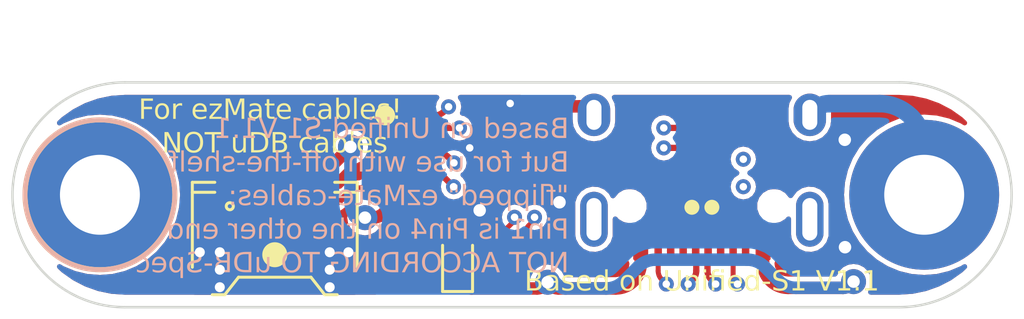
<source format=kicad_pcb>
(kicad_pcb (version 20221018) (generator pcbnew)
  (layers (0 "F.Cu" signal) (1 "In1.Cu" signal) (2 "In2.Cu" signal) (31 "B.Cu" signal) (34 "B.Paste" user) (35 "F.Paste" user) (36 "B.SilkS" user "B.Silkscreen") (37 "F.SilkS" user "F.Silkscreen") (38 "B.Mask" user) (39 "F.Mask" user) (44 "Edge.Cuts" user))
  (net 0 "")
  (net 1 "GND")
  (net 2 "VBUS")
  (net 3 "Net-(J1-CC1)")
  (net 5 "D+")
  (net 6 "D-")
  (net 7 "Net-(J1-CC2)")
  (net 9 "5V")
  (net 10 "GNDPWR")
  (footprint "Inductor_SMD:L_0805_2012Metric" (layer "F.Cu") (at 132.71875 92.5225 -90)
    (fp_text reference "FB1" hide)
    (fp_text value "GZ2012D601TF")
    (pad "1" smd roundrect (at -1.0625 0 270) (size 0.875 1.2) (layers "F.Cu" "F.Paste" "F.Mask") (net 10 "GNDPWR"))
    (pad "2" smd roundrect (at 1.0625 0 270) (size 0.875 1.2) (layers "F.Cu" "F.Paste" "F.Mask") (net 1 "GND"))
  )
  (footprint "Resistor_SMD:R_0402_1005Metric" (layer "F.Cu") (at 130.81875 97.3225 -90)
    (fp_text reference "R2" hide)
    (fp_text value "5.1k")
    (pad "1" smd roundrect (at -0.51 0 270) (size 0.54 0.64) (layers "F.Cu" "F.Paste" "F.Mask") (net 7 "Net-(J1-CC2)"))
    (pad "2" smd roundrect (at 0.51 0 270) (size 0.54 0.64) (layers "F.Cu" "F.Paste" "F.Mask") (net 1 "GND"))
  )
  (footprint "MountingHole:MountingHole_3.2mm_M3_DIN965_Pad_TopBottom" (layer "F.Cu") (at 148 95)
    (fp_text reference "H1" hide)
    (fp_text value "MountingHole" hide)
    (pad "1" thru_hole circle (at 0 0) (size 3.6 3.6) (drill 3.2) (layers "*.Cu" "*.Mask") (net 10 "GNDPWR"))
    (pad "1" connect circle (at 0 0) (size 6 6) (layers "F.Cu" "F.Mask") (net 10 "GNDPWR"))
    (pad "1" connect circle (at 0 0) (size 6 6) (layers "B.Cu" "B.Mask") (net 10 "GNDPWR"))
  )
  (footprint "Fuse:Fuse_1206_3216Metric" (layer "F.Cu") (at 127.11875 96.8225 90)
    (fp_text reference "F1" hide)
    (fp_text value "SMD0805-050-16V")
    (pad "1" smd roundrect (at -1.4 0 90) (size 1.25 1.75) (layers "F.Cu" "F.Paste" "F.Mask") (roundrect_rratio 0.2) (net 2 "VBUS"))
    (pad "2" smd roundrect (at 1.4 0 90) (size 1.25 1.75) (layers "F.Cu" "F.Paste" "F.Mask") (roundrect_rratio 0.2) (net 9 "5V"))
  )
  (footprint "acheron_Components:USON-10_2.5x1.0mm_P0.5mm" (layer "F.Cu") (at 127.41875 92.8225)
    (fp_text reference "U1" hide)
    (fp_text value "TPD4E05U06DQAR")
    (fp_circle (center -1 -1) (end -1 -1) (stroke (width 0.4)) (fill none) (layer "F.SilkS"))
    (pad "1" smd roundrect (at -0.385 -1 270) (size 0.25 0.55) (layers "F.Cu" "F.Paste" "F.Mask") (roundrect_rratio 0.5) (net 6 "D-"))
    (pad "2" smd rect (at -0.385 -0.5 270) (size 0.25 0.55) (layers "F.Cu" "F.Paste" "F.Mask") (net 6 "D-"))
    (pad "3" smd rect (at -0.385 0 270) (size 0.3 0.55) (layers "F.Cu" "F.Paste" "F.Mask") (net 1 "GND"))
    (pad "4" smd rect (at -0.385 0.5 270) (size 0.25 0.55) (layers "F.Cu" "F.Paste" "F.Mask") (net 5 "D+"))
    (pad "5" smd rect (at -0.385 1 270) (size 0.25 0.55) (layers "F.Cu" "F.Paste" "F.Mask") (net 5 "D+"))
    (pad "6" smd rect (at 0.385 1 270) (size 0.25 0.55) (layers "F.Cu" "F.Paste" "F.Mask") (net 5 "D+"))
    (pad "7" smd rect (at 0.385 0.5 270) (size 0.25 0.55) (layers "F.Cu" "F.Paste" "F.Mask") (net 5 "D+"))
    (pad "8" smd rect (at 0.385 0 270) (size 0.3 0.55) (layers "F.Cu" "F.Paste" "F.Mask") (net 1 "GND"))
    (pad "9" smd rect (at 0.385 -0.5 270) (size 0.25 0.55) (layers "F.Cu" "F.Paste" "F.Mask") (net 6 "D-"))
    (pad "10" smd rect (at 0.385 -1 270) (size 0.25 0.55) (layers "F.Cu" "F.Paste" "F.Mask") (net 6 "D-"))
  )
  (footprint "locallib:PicoEZMate-Reinforced-Lite" (layer "F.Cu") (at 122 96.5)
    (fp_text reference "J2" hide)
    (fp_text value "78171-0004")
    (fp_line (start -3.3 -2) (end -3.3 1.4) (stroke (width 0.12)) (layer "F.SilkS"))
    (fp_line (start -3.3 -2) (end -2.4 -2) (stroke (width 0.12)) (layer "F.SilkS"))
    (fp_line (start -2.4 -1.6) (end -3.3 -1.6) (stroke (width 0.12)) (layer "F.SilkS"))
    (fp_line (start -2 2.5) (end -2.5 2.5) (stroke (width 0.12)) (layer "F.SilkS"))
    (fp_line (start -1.45 1.8) (end -2 2.5) (stroke (width 0.12)) (layer "F.SilkS"))
    (fp_line (start 1.45 1.8) (end -1.45 1.8) (stroke (width 0.12)) (layer "F.SilkS"))
    (fp_line (start 2 2.5) (end 1.45 1.8) (stroke (width 0.12)) (layer "F.SilkS"))
    (fp_line (start 2 2.5) (end 2.5 2.5) (stroke (width 0.12)) (layer "F.SilkS"))
    (fp_line (start 2.4 -2) (end 3.3 -2) (stroke (width 0.12)) (layer "F.SilkS"))
    (fp_line (start 3.3 -2) (end 3.3 1.4) (stroke (width 0.12)) (layer "F.SilkS"))
    (fp_line (start 3.3 -1.6) (end 2.4 -1.6) (stroke (width 0.12)) (layer "F.SilkS"))
    (fp_circle (center -1.8 -1.041421) (end -1.7 -1.141421) (stroke (width 0.12)) (fill none) (layer "F.SilkS"))
    (pad "1" smd roundrect (at -1.8 -2.2) (size 1 1.8) (layers "F.Cu") (roundrect_rratio 0.1666666667) (net 1 "GND"))
    (pad "2" smd roundrect (at -0.6 -2.2) (size 1 1.8) (layers "F.Cu") (roundrect_rratio 0.1666666667) (net 5 "D+"))
    (pad "3" smd roundrect (at 0.6 -2.2) (size 1 1.8) (layers "F.Cu") (roundrect_rratio 0.1666666667) (net 6 "D-"))
    (pad "4" smd roundrect (at 1.8 -2.2) (size 1 1.8) (layers "F.Cu") (roundrect_rratio 0.1666666667) (net 9 "5V"))
    (pad "MP" thru_hole circle (at -3 0.8) (size 0.6 0.6) (drill 0.4) (layers "*.Cu") (net 1 "GND"))
    (pad "MP" smd roundrect (at -2.575 1.5) (size 1.45 2) (layers "F.Cu") (roundrect_rratio 0.06896551724) (net 1 "GND"))
    (pad "MP" smd roundrect (at -2.575 1.5) (size 1.45 2) (layers "B.Cu") (roundrect_rratio 0.06896551724) (net 1 "GND"))
    (pad "MP" thru_hole circle (at -2.2 0.8) (size 0.6 0.6) (drill 0.4) (layers "*.Cu") (net 1 "GND"))
    (pad "MP" thru_hole circle (at -2.2 1.5) (size 0.6 0.6) (drill 0.4) (layers "*.Cu") (net 1 "GND"))
    (pad "MP" thru_hole circle (at -2.2 2.2) (size 0.6 0.6) (drill 0.4) (layers "*.Cu") (net 1 "GND"))
    (pad "MP" thru_hole circle (at 2.2 0.8) (size 0.6 0.6) (drill 0.4) (layers "*.Cu") (net 1 "GND"))
    (pad "MP" thru_hole circle (at 2.2 1.5) (size 0.6 0.6) (drill 0.4) (layers "*.Cu") (net 1 "GND"))
    (pad "MP" thru_hole circle (at 2.2 2.2) (size 0.6 0.6) (drill 0.4) (layers "*.Cu") (net 1 "GND"))
    (pad "MP" smd roundrect (at 2.575 1.5) (size 1.45 2) (layers "F.Cu") (roundrect_rratio 0.06896551724) (net 1 "GND"))
    (pad "MP" smd roundrect (at 2.575 1.5) (size 1.45 2) (layers "B.Cu") (roundrect_rratio 0.06896551724) (net 1 "GND"))
    (pad "MP" thru_hole circle (at 2.95 0.8) (size 0.6 0.6) (drill 0.4) (layers "*.Cu") (net 1 "GND"))
  )
  (footprint "MountingHole:MountingHole_3.2mm_M3_DIN965_Pad_TopOnly" (layer "F.Cu") (at 115 95 180)
    (fp_text reference "H2" hide)
    (fp_text value "MountingHole" hide)
    (pad "1" thru_hole circle (at 0 0 180) (size 6 6) (drill 3.2) (layers "*.Cu"))
  )
  (footprint "locallib:HRO-TYPE-C-31-M-12-Assembly" (layer "F.Cu") (at 139.1 89.2 180)
    (fp_text reference "J1" hide)
    (fp_text value "TYPE-C-31-M-12")
    (pad "" np_thru_hole circle (at -2.89 -6.25 180) (size 0.65 0.65) (drill 0.65) (layers "*.Cu" "*.Mask"))
    (pad "" np_thru_hole circle (at 2.89 -6.25 180) (size 0.65 0.65) (drill 0.65) (layers "*.Cu" "*.Mask"))
    (pad "A1" smd roundrect (at -3.225 -7.695 180) (size 0.6 1.45) (layers "F.Cu" "F.Paste" "F.Mask") (roundrect_rratio 0.1) (net 1 "GND"))
    (pad "A4" smd roundrect (at -2.45 -7.695 180) (size 0.6 1.45) (layers "F.Cu" "F.Paste" "F.Mask") (roundrect_rratio 0.1) (net 2 "VBUS"))
    (pad "A5" smd roundrect (at -1.25 -7.695 180) (size 0.3 1.45) (layers "F.Cu" "F.Paste" "F.Mask") (roundrect_rratio 0.2) (net 3 "Net-(J1-CC1)"))
    (pad "A6" smd roundrect (at -0.25 -7.695 180) (size 0.3 1.45) (layers "F.Cu" "F.Paste" "F.Mask") (roundrect_rratio 0.2) (net 5 "D+"))
    (pad "A7" smd roundrect (at 0.25 -7.695 180) (size 0.3 1.45) (layers "F.Cu" "F.Paste" "F.Mask") (roundrect_rratio 0.2) (net 6 "D-"))
    (pad "A8" smd roundrect (at 1.25 -7.695 180) (size 0.3 1.45) (layers "F.Cu" "F.Paste" "F.Mask") (roundrect_rratio 0.2))
    (pad "B1" smd roundrect (at 3.225 -7.695 180) (size 0.6 1.45) (layers "F.Cu" "F.Paste" "F.Mask") (roundrect_rratio 0.1) (net 1 "GND"))
    (pad "B4" smd roundrect (at 2.45 -7.695 180) (size 0.6 1.45) (layers "F.Cu" "F.Paste" "F.Mask") (roundrect_rratio 0.1) (net 2 "VBUS"))
    (pad "B5" smd roundrect (at 1.75 -7.695 180) (size 0.3 1.45) (layers "F.Cu" "F.Paste" "F.Mask") (roundrect_rratio 0.2) (net 7 "Net-(J1-CC2)"))
    (pad "B6" smd roundrect (at 0.75 -7.695 180) (size 0.3 1.45) (layers "F.Cu" "F.Paste" "F.Mask") (roundrect_rratio 0.2) (net 5 "D+"))
    (pad "B7" smd roundrect (at -0.75 -7.695 180) (size 0.3 1.45) (layers "F.Cu" "F.Paste" "F.Mask") (roundrect_rratio 0.2) (net 6 "D-"))
    (pad "B8" smd roundrect (at -1.75 -7.695 180) (size 0.3 1.45) (layers "F.Cu" "F.Paste" "F.Mask") (roundrect_rratio 0.2))
    (pad "S1" thru_hole oval (at -4.32 -6.78 180) (size 1.1 2.2) (drill oval 0.6 1.7) (layers "*.Cu" "*.Mask") (net 10 "GNDPWR"))
    (pad "S1" thru_hole oval (at -4.32 -2.6 180) (size 1.3 1.7) (drill oval 0.6 1.2) (layers "*.Cu" "*.Mask") (net 10 "GNDPWR"))
    (pad "S1" thru_hole oval (at 4.32 -6.78 180) (size 1.1 2.2) (drill oval 0.6 1.7) (layers "*.Cu" "*.Mask") (net 10 "GNDPWR"))
    (pad "S1" thru_hole oval (at 4.32 -2.6 180) (size 1.3 1.7) (drill oval 0.6 1.2) (layers "*.Cu" "*.Mask") (net 10 "GNDPWR"))
  )
  (footprint "Diode_SMD:D_SOD-523" (layer "F.Cu") (at 129.31875 97.7225 90)
    (fp_text reference "D1" hide)
    (fp_text value "ESD5Z5V0")
    (fp_line (start -1.15 -0.6) (end -1.15 0.6) (stroke (width 0.12)) (layer "F.SilkS"))
    (fp_line (start 0.7 -0.6) (end -1.15 -0.6) (stroke (width 0.12)) (layer "F.SilkS"))
    (fp_line (start 0.7 0.6) (end -1.15 0.6) (stroke (width 0.12)) (layer "F.SilkS"))
    (pad "1" smd rect (at -0.7 0 270) (size 0.6 0.7) (layers "F.Cu" "F.Paste" "F.Mask") (net 2 "VBUS"))
    (pad "2" smd rect (at 0.7 0 270) (size 0.6 0.7) (layers "F.Cu" "F.Paste" "F.Mask") (net 1 "GND"))
  )
  (footprint "Resistor_SMD:R_0402_1005Metric" (layer "F.Cu") (at 132.01875 97.3225 90)
    (fp_text reference "R1" hide)
    (fp_text value "5.1k")
    (pad "1" smd roundrect (at -0.51 0 90) (size 0.54 0.64) (layers "F.Cu" "F.Paste" "F.Mask") (net 1 "GND"))
    (pad "2" smd roundrect (at 0.51 0 90) (size 0.54 0.64) (layers "F.Cu" "F.Paste" "F.Mask") (net 3 "Net-(J1-CC1)"))
  )
  (gr_circle (center 115 95) (end 118 95) (stroke (width 0.2)) (fill none) (layer "B.SilkS"))
  (gr_circle (center 115 95) (end 118 95) (stroke (width 0.2)) (fill none) (layer "F.SilkS"))
  (gr_circle (center 122 97.4) (end 122.4 97.4) (stroke (width 0.2)) (fill solid) (layer "F.SilkS"))
  (gr_circle (center 139.5 95.5) (end 139.7 95.5) (stroke (width 0.2)) (fill solid) (layer "F.SilkS"))
  (gr_circle (center 138.7 95.5) (end 138.9 95.5) (stroke (width 0.2)) (fill solid) (layer "F.SilkS"))
  (gr_arc (start 116 99.500001) (mid 111.499999 95) (end 116 90.499999) (stroke (width 0.1)) (layer "Edge.Cuts"))
  (gr_arc (start 147 90.5) (mid 151.5 95) (end 147 99.5) (stroke (width 0.1)) (layer "Edge.Cuts"))
  (gr_line (start 147 90.5) (end 116 90.499999) (stroke (width 0.1)) (layer "Edge.Cuts"))
  (gr_line (start 116 99.500001) (end 147 99.5) (stroke (width 0.1)) (layer "Edge.Cuts"))
  (gr_text "Based on Unified-S1 V1.1\nBut for use with off-the-shelf\n{dblquote}flipped{dblquote} ezMate-cables:\nPin1 is Pin4 on the other end.\nNOT ACCORDING TO uDB-Spec" (at 133.779999 95.082207) (layer "B.SilkS") (effects (font (size 0.8 0.8) (thickness 0.2)) (justify left mirror)))
  (gr_text "For ezMate cables! \nNOT uDB cables" (at 122 92.3) (layer "F.SilkS") (effects (font (size 0.8 0.8) (thickness 0.2))))
  (gr_text "Based on Unified-S1 V1.1" (at 139.1 98.5) (layer "F.SilkS") (effects (font (size 0.8 0.8) (thickness 0.2))))
  (segment (start 135.85 96.8975) (end 135.85 97.327913) (width 0.2) (layer "F.Cu") (net 1))
  (via (at 129.80375 93.1225) (size 0.6) (drill 0.3) (layers "F.Cu" "B.Cu") (net 1))
  (via (at 133.4 95.3) (size 1) (drill 0.5) (layers "F.Cu" "B.Cu") (net 1))
  (via (at 144.829639 97.098274) (size 1) (drill 0.5) (layers "F.Cu" "B.Cu") (net 1))
  (via (at 130.20375 95.6225) (size 1) (drill 0.5) (layers "F.Cu" "B.Cu") (net 1))
  (via (at 131.425 91.34375) (size 0.6) (drill 0.3) (layers "F.Cu" "B.Cu") (net 1))
  (via (at 144.820324 92.798274) (size 1) (drill 0.5) (layers "F.Cu" "B.Cu") (net 1))
  (segment (start 127.460171 98.4225) (end 129.086818 98.4225) (width 0.5) (layer "F.Cu") (net 2))
  (segment (start 127.21875 98.3225) (end 127.11875 98.2225) (width 0.5) (layer "F.Cu") (net 2))
  (segment (start 129.878682 98.750501) (end 132.499075 98.750501) (width 0.5) (layer "F.Cu") (net 2))
  (segment (start 132.800249 98.62575) (end 132.925 98.501) (width 0.5) (layer "F.Cu") (net 2))
  (segment (start 136.650787 96.895787) (end 136.65 96.895) (width 0.5) (layer "F.Cu") (net 2))
  (segment (start 132.925 98.501) (end 133.0495 98.6255) (width 0.5) (layer "F.Cu") (net 2))
  (segment (start 145.046889 98.601524) (end 145.171639 98.476774) (width 0.5) (layer "F.Cu") (net 2))
  (segment (start 144.745715 98.726274) (end 142.55 98.726274) (width 0.5) (layer "F.Cu") (net 2))
  (segment (start 141.55 97.726274) (end 141.55 96.895) (width 0.5) (layer "F.Cu") (net 2))
  (segment (start 133.350069 98.75) (end 135.651574 98.75) (width 0.5) (layer "F.Cu") (net 2))
  (segment (start 136.651574 97.75) (end 136.651574 96.897686) (width 0.5) (layer "F.Cu") (net 2))
  (via (at 132.925 98.501) (size 1) (drill 0.5) (layers "F.Cu" "B.Cu") (net 2))
  (via (at 145.171639 98.476774) (size 1) (drill 0.5) (layers "F.Cu" "B.Cu") (net 2))
  (arc (start 141.55 97.726274) (mid 141.842893 98.433381) (end 142.55 98.726274) (width 0.5) (layer "F.Cu") (net 2))
  (arc (start 136.650787 96.895787) (mid 136.651369 96.896658) (end 136.651574 96.897686) (width 0.5) (layer "F.Cu") (net 2))
  (arc (start 133.0495 98.6255) (mid 133.187402 98.717643) (end 133.350069 98.75) (width 0.5) (layer "F.Cu") (net 2))
  (arc (start 136.651574 97.75) (mid 136.358681 98.457107) (end 135.651574 98.75) (width 0.5) (layer "F.Cu") (net 2))
  (arc (start 145.046889 98.601524) (mid 144.908709 98.693852) (end 144.745715 98.726274) (width 0.5) (layer "F.Cu") (net 2))
  (arc (start 132.800249 98.62575) (mid 132.662069 98.718079) (end 132.499075 98.750501) (width 0.5) (layer "F.Cu") (net 2))
  (arc (start 129.48275 98.5865) (mid 129.301095 98.465122) (end 129.086818 98.4225) (width 0.5) (layer "F.Cu") (net 2))
  (arc (start 129.48275 98.5865) (mid 129.664405 98.707878) (end 129.878682 98.750501) (width 0.5) (layer "F.Cu") (net 2))
  (arc (start 127.460171 98.4225) (mid 127.329514 98.39651) (end 127.21875 98.3225) (width 0.5) (layer "F.Cu") (net 2))
  (segment (start 145.047526 98.600887) (end 145.171639 98.476774) (width 0.5) (layer "B.Cu") (net 2))
  (segment (start 137.243853 97.598274) (end 140.915425 97.598274) (width 0.5) (layer "B.Cu") (net 2))
  (segment (start 142.870579 98.725) (end 144.74789 98.725) (width 0.5) (layer "B.Cu") (net 2))
  (segment (start 133.643819 98.75) (end 135.263699 98.75) (width 0.5) (layer "B.Cu") (net 2))
  (segment (start 141.622532 97.891167) (end 142.163472 98.432107) (width 0.5) (layer "B.Cu") (net 2))
  (segment (start 133.34325 98.6255) (end 133.21875 98.501) (width 0.5) (layer "B.Cu") (net 2))
  (segment (start 135.970806 98.457107) (end 136.536746 97.891167) (width 0.5) (layer "B.Cu") (net 2))
  (arc (start 145.047526 98.600887) (mid 144.910051 98.692744) (end 144.74789 98.725) (width 0.5) (layer "B.Cu") (net 2))
  (arc (start 141.622532 97.891167) (mid 141.298109 97.674394) (end 140.915425 97.598274) (width 0.5) (layer "B.Cu") (net 2))
  (arc (start 137.243853 97.598274) (mid 136.86117 97.674394) (end 136.536746 97.891167) (width 0.5) (layer "B.Cu") (net 2))
  (arc (start 142.870579 98.725) (mid 142.487895 98.64888) (end 142.163472 98.432107) (width 0.5) (layer "B.Cu") (net 2))
  (arc (start 133.643819 98.75) (mid 133.481152 98.717643) (end 133.34325 98.6255) (width 0.5) (layer "B.Cu") (net 2))
  (arc (start 135.970806 98.457107) (mid 135.646383 98.67388) (end 135.263699 98.75) (width 0.5) (layer "B.Cu") (net 2))
  (segment (start 132.4 95.95) (end 132.4 95.9) (width 0.2) (layer "F.Cu") (net 3))
  (segment (start 140.4375 98.487499) (end 140.525 98.574999) (width 0.2) (layer "F.Cu") (net 3))
  (segment (start 132.01875 96.596875) (end 132.01875 96.8125) (width 0.2) (layer "F.Cu") (net 3))
  (segment (start 132.171219 96.22878) (end 132.364644 96.035355) (width 0.2) (layer "F.Cu") (net 3))
  (segment (start 140.35 98.276255) (end 140.35 96.895) (width 0.2) (layer "F.Cu") (net 3))
  (via (at 140.525 98.574999) (size 0.6) (drill 0.3) (layers "F.Cu" "B.Cu") (net 3))
  (via (at 132.4 95.9) (size 0.6) (drill 0.3) (layers "F.Cu" "B.Cu") (net 3))
  (arc (start 132.171219 96.22878) (mid 132.058375 96.397663) (end 132.01875 96.596875) (width 0.2) (layer "F.Cu") (net 3))
  (arc (start 132.4 95.95) (mid 132.390811 95.996193) (end 132.364644 96.035355) (width 0.2) (layer "F.Cu") (net 3))
  (arc (start 140.4375 98.487499) (mid 140.37274 98.390579) (end 140.35 98.276255) (width 0.2) (layer "F.Cu") (net 3))
  (segment (start 138.345 93.1225) (end 137.57375 93.1225) (width 0.25) (layer "F.Cu") (net 5))
  (segment (start 127.80375 93.8225) (end 127.03375 93.8225) (width 0.25) (layer "F.Cu") (net 5))
  (segment (start 122.258783 95.525) (end 123.793598 95.525) (width 0.25) (layer "F.Cu") (net 5))
  (segment (start 129.17375 93.7225) (end 128.920197 93.468947) (width 0.25) (layer "F.Cu") (net 5))
  (segment (start 126.382885 93.943364) (end 127.00375 93.3225) (width 0.25) (layer "F.Cu") (net 5))
  (segment (start 127.80375 93.8225) (end 128.096643 93.8225) (width 0.25) (layer "F.Cu") (net 5))
  (segment (start 139.649999 98.574999) (end 139.471447 98.396447) (width 0.25) (layer "F.Cu") (net 5))
  (segment (start 138.845 94.832893) (end 138.845 93.6225) (width 0.25) (layer "F.Cu") (net 5))
  (segment (start 126.141156 94.185093) (end 126.382885 93.943364) (width 0.25) (layer "F.Cu") (net 5))
  (segment (start 126.141156 94.185093) (end 125.738758 94.587491) (width 0.25) (layer "F.Cu") (net 5))
  (segment (start 139.3375 96.907499) (end 139.35 96.895) (width 0.25) (layer "F.Cu") (net 5))
  (segment (start 128.566643 93.3225) (end 127.00375 93.3225) (width 0.25) (layer "F.Cu") (net 5))
  (segment (start 121.775 95.041216) (end 121.775 94.940165) (width 0.25) (layer "F.Cu") (net 5))
  (segment (start 124.954097 94.912508) (end 124.729106 95.1375) (width 0.25) (layer "F.Cu") (net 5))
  (segment (start 129.158749 94.677499) (end 128.450197 93.968947) (width 0.25) (layer "F.Cu") (net 5))
  (segment (start 127.03375 93.8225) (end 126.674678 93.8225) (width 0.25) (layer "F.Cu") (net 5))
  (segment (start 126.382885 93.943364) (end 126.141156 94.185093) (width 0.25) (layer "F.Cu") (net 5))
  (segment (start 121.5875 94.4875) (end 121.4 94.3) (width 0.25) (layer "F.Cu") (net 5))
  (segment (start 138.32 95.772107) (end 138.32 96.895) (width 0.25) (layer "F.Cu") (net 5))
  (segment (start 138.698554 95.186446) (end 138.466447 95.418553) (width 0.25) (layer "F.Cu") (net 5))
  (segment (start 139.325 96.937675) (end 139.325 98.042893) (width 0.25) (layer "F.Cu") (net 5))
  (via (at 129.158749 94.677499) (size 0.6) (drill 0.3) (layers "F.Cu" "B.Cu") (net 5))
  (via (at 139.649999 98.574999) (size 0.6) (drill 0.3) (layers "F.Cu" "B.Cu") (net 5))
  (via (at 129.17375 93.7225) (size 0.6) (drill 0.3) (layers "F.Cu" "B.Cu") (net 5))
  (via (at 140.758749 94.677499) (size 0.6) (drill 0.3) (layers "F.Cu" "B.Cu") (net 5))
  (via (at 137.57375 93.1225) (size 0.6) (drill 0.3) (layers "F.Cu" "B.Cu") (net 5))
  (arc (start 138.845 94.832893) (mid 138.80694 95.024234) (end 138.698554 95.186446) (width 0.25) (layer "F.Cu") (net 5))
  (arc (start 139.471447 98.396447) (mid 139.36306 98.234235) (end 139.325 98.042893) (width 0.25) (layer "F.Cu") (net 5))
  (arc (start 126.674678 93.8225) (mid 126.51676 93.853911) (end 126.382885 93.943364) (width 0.25) (layer "F.Cu") (net 5))
  (arc (start 139.325 96.937675) (mid 139.328249 96.921344) (end 139.3375 96.907499) (width 0.25) (layer "F.Cu") (net 5))
  (arc (start 138.466447 95.418553) (mid 138.35806 95.580765) (end 138.32 95.772107) (width 0.25) (layer "F.Cu") (net 5))
  (arc (start 128.566643 93.3225) (mid 128.757985 93.36056) (end 128.920197 93.468947) (width 0.25) (layer "F.Cu") (net 5))
  (arc (start 125.738758 94.587491) (mid 125.558755 94.707765) (end 125.346428 94.75) (width 0.25) (layer "F.Cu") (net 5))
  (arc (start 124.729106 95.1375) (mid 124.299891 95.424292) (end 123.793598 95.525) (width 0.25) (layer "F.Cu") (net 5))
  (arc (start 125.346428 94.75) (mid 125.1341 94.792234) (end 124.954097 94.912508) (width 0.25) (layer "F.Cu") (net 5))
  (arc (start 138.345 93.1225) (mid 138.698553 93.268947) (end 138.845 93.6225) (width 0.25) (layer "F.Cu") (net 5))
  (arc (start 128.450197 93.968947) (mid 128.287985 93.86056) (end 128.096643 93.8225) (width 0.25) (layer "F.Cu") (net 5))
  (arc (start 121.5875 94.4875) (mid 121.72627 94.695184) (end 121.775 94.940165) (width 0.25) (layer "F.Cu") (net 5))
  (arc (start 121.775 95.041216) (mid 121.811825 95.226352) (end 121.916697 95.383303) (width 0.25) (layer "F.Cu") (net 5))
  (arc (start 126.382885 93.943364) (mid 126.382884 93.943364) (end 126.382885 93.943364) (width 0.25) (layer "F.Cu") (net 5))
  (arc (start 121.916697 95.383303) (mid 122.073647 95.488174) (end 122.258783 95.525) (width 0.25) (layer "F.Cu") (net 5))
  (segment (start 122.7875 94.3) (end 122.6 94.3) (width 0.25) (layer "F.Cu") (net 6))
  (segment (start 126.634721 92.3475) (end 125.525865 92.3475) (width 0.25) (layer "F.Cu") (net 6))
  (segment (start 139.295 94.812893) (end 139.295 92.8225) (width 0.25) (layer "F.Cu") (net 6))
  (segment (start 123.307907 93.025485) (end 123.618144 92.715249) (width 0.25) (layer "F.Cu") (net 6))
  (segment (start 129.395 92.3225) (end 126.695076 92.3225) (width 0.25) (layer "F.Cu") (net 6))
  (segment (start 128.760195 91.676053) (end 128.958749 91.477499) (width 0.25) (layer "F.Cu") (net 6))
  (segment (start 139.82 95.752107) (end 139.82 96.895) (width 0.25) (layer "F.Cu") (net 6))
  (segment (start 138.874999 96.937675) (end 138.875 98.042892) (width 0.25) (layer "F.Cu") (net 6))
  (segment (start 139.673554 95.398554) (end 139.441447 95.166447) (width 0.25) (layer "F.Cu") (net 6))
  (segment (start 122.975 93.829197) (end 122.975 94.1125) (width 0.25) (layer "F.Cu") (net 6))
  (segment (start 125.307879 92.257207) (end 124.723956 92.257207) (width 0.25) (layer "F.Cu") (net 6))
  (segment (start 127.80375 91.8225) (end 127.03375 91.8225) (width 0.25) (layer "F.Cu") (net 6))
  (segment (start 127.03375 91.8225) (end 126.35825 91.8225) (width 0.25) (layer "F.Cu") (net 6))
  (segment (start 138.795 92.3225) (end 137.57375 92.3225) (width 0.25) (layer "F.Cu") (net 6))
  (segment (start 127.80375 91.8225) (end 128.406641 91.8225) (width 0.25) (layer "F.Cu") (net 6))
  (segment (start 138.728553 98.396446) (end 138.55 98.574999) (width 0.25) (layer "F.Cu") (net 6))
  (segment (start 138.862499 96.907499) (end 138.85 96.895) (width 0.25) (layer "F.Cu") (net 6))
  (segment (start 125.724518 92.084999) (end 125.507165 92.302353) (width 0.25) (layer "F.Cu") (net 6))
  (via (at 129.395 92.3225) (size 0.6) (drill 0.3) (layers "F.Cu" "B.Cu") (net 6))
  (via (at 138.55 98.574999) (size 0.6) (drill 0.3) (layers "F.Cu" "B.Cu") (net 6))
  (via (at 128.958749 91.477499) (size 0.6) (drill 0.3) (layers "F.Cu" "B.Cu") (net 6))
  (via (at 137.57375 92.3225) (size 0.6) (drill 0.3) (layers "F.Cu" "B.Cu") (net 6))
  (via (at 140.758749 93.577499) (size 0.6) (drill 0.3) (layers "F.Cu" "B.Cu") (net 6))
  (arc (start 138.795 92.3225) (mid 139.148553 92.468947) (end 139.295 92.8225) (width 0.25) (layer "F.Cu") (net 6))
  (arc (start 122.975 94.1125) (mid 122.920082 94.245082) (end 122.7875 94.3) (width 0.25) (layer "F.Cu") (net 6))
  (arc (start 126.664899 92.335) (mid 126.651053 92.344251) (end 126.634721 92.3475) (width 0.25) (layer "F.Cu") (net 6))
  (arc (start 139.673554 95.398554) (mid 139.78194 95.560766) (end 139.82 95.752107) (width 0.25) (layer "F.Cu") (net 6))
  (arc (start 125.416872 92.302353) (mid 125.462018 92.321053) (end 125.507165 92.302353) (width 0.25) (layer "F.Cu") (net 6))
  (arc (start 139.441447 95.166447) (mid 139.33306 95.004235) (end 139.295 94.812893) (width 0.25) (layer "F.Cu") (net 6))
  (arc (start 123.307907 93.025485) (mid 123.061519 93.394231) (end 122.975 93.829197) (width 0.25) (layer "F.Cu") (net 6))
  (arc (start 125.416872 92.302353) (mid 125.366865 92.26894) (end 125.307879 92.257207) (width 0.25) (layer "F.Cu") (net 6))
  (arc (start 125.507165 92.302353) (mid 125.501432 92.331174) (end 125.525865 92.3475) (width 0.25) (layer "F.Cu") (net 6))
  (arc (start 128.760195 91.676053) (mid 128.597983 91.78444) (end 128.406641 91.8225) (width 0.25) (layer "F.Cu") (net 6))
  (arc (start 138.728553 98.396446) (mid 138.83694 98.234234) (end 138.875 98.042892) (width 0.25) (layer "F.Cu") (net 6))
  (arc (start 126.695076 92.3225) (mid 126.678744 92.325748) (end 126.664899 92.335) (width 0.25) (layer "F.Cu") (net 6))
  (arc (start 125.525865 92.3475) (mid 125.466878 92.335766) (end 125.416872 92.302353) (width 0.25) (layer "F.Cu") (net 6))
  (arc (start 126.35825 91.8225) (mid 126.015277 91.890721) (end 125.724518 92.084999) (width 0.25) (layer "F.Cu") (net 6))
  (arc (start 138.874999 96.937675) (mid 138.87175 96.921344) (end 138.862499 96.907499) (width 0.25) (layer "F.Cu") (net 6))
  (arc (start 124.723956 92.257207) (mid 124.125495 92.376248) (end 123.618144 92.715249) (width 0.25) (layer "F.Cu") (net 6))
  (segment (start 137.35 98.042893) (end 137.35 96.895) (width 0.2) (layer "F.Cu") (net 7))
  (segment (start 131.553596 96.077653) (end 130.81875 96.8125) (width 0.2) (layer "F.Cu") (net 7))
  (segment (start 137.496447 98.396447) (end 137.674999 98.574999) (width 0.2) (layer "F.Cu") (net 7))
  (segment (start 131.6 95.965625) (end 131.6 95.9) (width 0.2) (layer "F.Cu") (net 7))
  (via (at 131.6 95.9) (size 0.6) (drill 0.3) (layers "F.Cu" "B.Cu") (net 7))
  (via (at 137.674999 98.574999) (size 0.6) (drill 0.3) (layers "F.Cu" "B.Cu") (net 7))
  (arc (start 137.35 98.042893) (mid 137.38806 98.234235) (end 137.496447 98.396447) (width 0.2) (layer "F.Cu") (net 7))
  (arc (start 131.6 95.965625) (mid 131.587939 96.026254) (end 131.553596 96.077653) (width 0.2) (layer "F.Cu") (net 7))
  (segment (start 123.806103 94.3) (end 123.8 94.3) (width 0.5) (layer "F.Cu") (net 9))
  (segment (start 126.898125 95.4225) (end 127.11875 95.4225) (width 0.5) (layer "F.Cu") (net 9))
  (segment (start 126.378677 95.722606) (end 126.571636 95.529648) (width 0.5) (layer "F.Cu") (net 9))
  (segment (start 125.912834 95.915565) (end 125.610847 95.915565) (width 0.5) (layer "F.Cu") (net 9))
  (segment (start 125.029999 93.082207) (end 123.816521 94.295684) (width 0.5) (layer "F.Cu") (net 9))
  (via (at 125.610847 95.915565) (size 1) (drill 0.5) (layers "F.Cu" "B.Cu") (net 9))
  (via (at 125.029999 93.082207) (size 1) (drill 0.5) (layers "F.Cu" "B.Cu") (net 9))
  (arc (start 126.378677 95.722606) (mid 126.164946 95.865416) (end 125.912834 95.915565) (width 0.5) (layer "F.Cu") (net 9))
  (arc (start 126.898125 95.4225) (mid 126.726912 95.450761) (end 126.571636 95.529648) (width 0.5) (layer "F.Cu") (net 9))
  (arc (start 123.806103 94.3) (mid 123.811741 94.298878) (end 123.816521 94.295684) (width 0.5) (layer "F.Cu") (net 9))
  (segment (start 125.300136 95.915565) (end 125.610847 95.915565) (width 0.5) (layer "B.Cu") (net 9))
  (segment (start 125.226999 95.88527) (end 125.196705 95.854976) (width 0.5) (layer "B.Cu") (net 9))
  (segment (start 125.029999 93.082207) (end 125.029999 95.256236) (width 0.5) (layer "B.Cu") (net 9))
  (arc (start 125.226999 95.88527) (mid 125.260554 95.907691) (end 125.300136 95.915565) (width 0.5) (layer "B.Cu") (net 9))
  (arc (start 125.196705 95.854976) (mid 125.072949 95.566696) (end 125.029999 95.256236) (width 0.5) (layer "B.Cu") (net 9))
  (segment (start 134.199583 91.46) (end 132.71875 91.46) (width 0.5) (layer "F.Cu") (net 10))
  (segment (start 134.61 91.63) (end 134.78 91.8) (width 0.5) (layer "F.Cu") (net 10))
  (arc (start 134.61 91.63) (mid 134.421699 91.504181) (end 134.199583 91.46) (width 0.5) (layer "F.Cu") (net 10))
  (segment (start 144.188198 91.35) (end 146.207537 91.35) (width 0.7) (layer "B.Cu") (net 10))
  (segment (start 148 93.142462) (end 148 95) (width 0.7) (layer "B.Cu") (net 10))
  (segment (start 143.645 91.575) (end 143.42 91.8) (width 0.7) (layer "B.Cu") (net 10))
  (arc (start 144.188198 91.35) (mid 143.894221 91.408475) (end 143.645 91.575) (width 0.7) (layer "B.Cu") (net 10))
  (arc (start 148 93.142462) (mid 147.863556 92.456516) (end 147.475 91.875) (width 0.7) (layer "B.Cu") (net 10))
  (arc (start 147.475 91.875) (mid 146.893483 91.486443) (end 146.207537 91.35) (width 0.7) (layer "B.Cu") (net 10))
  (zone (net 1) (net_name "GND") (layers "F.Cu" "In1.Cu" "In2.Cu" "B.Cu") (connect_pads yes (clearance 0.2)) (min_thickness 0.2) (fill yes (thermal_gap 0.25) (thermal_bridge_width 0.25))
    (polygon (pts (xy 152 99.9225) (xy 111 100) (xy 111 90) (xy 152 89.9225)))
  )
)
</source>
